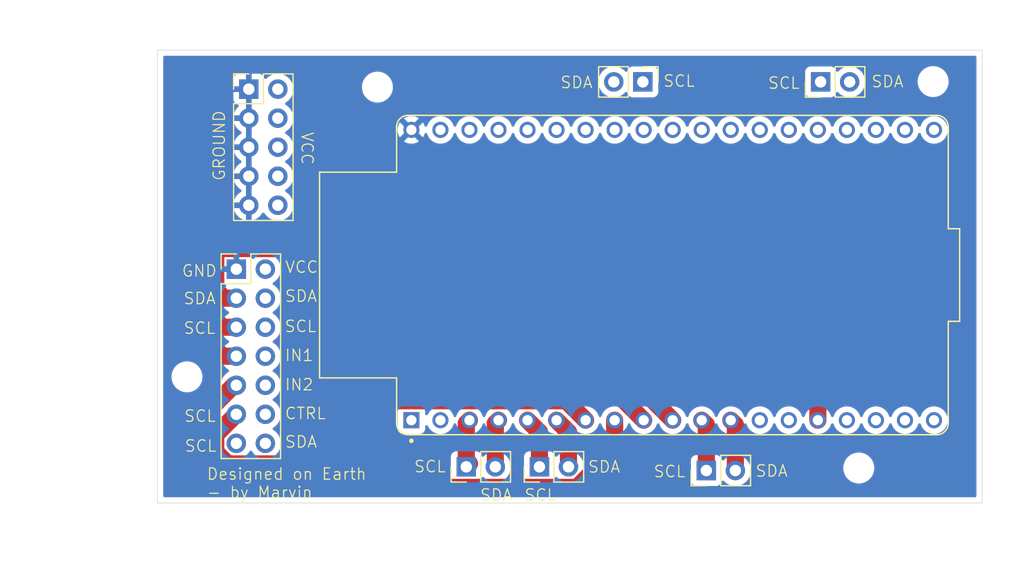
<source format=kicad_pcb>
(kicad_pcb (version 20241229) (generator "pcbnew") (generator_version "9.0")
  (layers (0 "F.Cu" signal) (4 "In1.Cu" signal) (6 "In2.Cu" signal) (2 "B.Cu" signal) (13 "F.Paste" user) (15 "B.Paste" user) (5 "F.SilkS" user "F.Silkscreen") (7 "B.SilkS" user "B.Silkscreen") (1 "F.Mask" user) (3 "B.Mask" user) (25 "Edge.Cuts" user))
  (net 0 "")
  (net 1 "Net-(J1-Pin_1)")
  (net 2 "Net-(J1-Pin_2)")
  (net 3 "Net-(J2-Pin_7)")
  (net 4 "Net-(J2-Pin_12)")
  (net 5 "Net-(J2-Pin_9)")
  (net 6 "Net-(J2-Pin_10)")
  (net 7 "Net-(J2-Pin_14)")
  (net 8 "Net-(J2-Pin_11)")
  (net 9 "Net-(J2-Pin_8)")
  (net 10 "Net-(J2-Pin_3)")
  (net 11 "Net-(J2-Pin_4)")
  (net 12 "Net-(J2-Pin_6)")
  (net 13 "Net-(J2-Pin_13)")
  (net 14 "Net-(J2-Pin_5)")
  (net 15 "Net-(J3-Pin_2)")
  (net 16 "Net-(J3-Pin_1)")
  (net 17 "Net-(J4-Pin_2)")
  (net 18 "Net-(J4-Pin_1)")
  (net 19 "Net-(J5-Pin_2)")
  (net 20 "Net-(J5-Pin_1)")
  (net 21 "Net-(J6-Pin_2)")
  (net 22 "Net-(J6-Pin_1)")
  (net 37 "+5V")
  (net 38 "GND")
  (footprint "Connector_PinHeader_2.54mm:PinHeader_2x07_P2.54mm_Vertical" (layer "F.Cu") (at 198.882 54.3814)
    (property "Reference" "J2" (hide yes))
    (property "Value" "Conn_02x07_Odd_Even" (hide yes))
    (fp_line (start -1.33 -1.33) (end 0 -1.33) (stroke (width 0.12)) (layer "F.SilkS"))
    (fp_line (start -1.33 0) (end -1.33 -1.33) (stroke (width 0.12)) (layer "F.SilkS"))
    (fp_line (start -1.33 1.27) (end -1.33 16.57) (stroke (width 0.12)) (layer "F.SilkS"))
    (fp_line (start -1.33 1.27) (end 1.27 1.27) (stroke (width 0.12)) (layer "F.SilkS"))
    (fp_line (start -1.33 16.57) (end 3.87 16.57) (stroke (width 0.12)) (layer "F.SilkS"))
    (fp_line (start 1.27 -1.33) (end 3.87 -1.33) (stroke (width 0.12)) (layer "F.SilkS"))
    (fp_line (start 1.27 1.27) (end 1.27 -1.33) (stroke (width 0.12)) (layer "F.SilkS"))
    (fp_line (start 3.87 -1.33) (end 3.87 16.57) (stroke (width 0.12)) (layer "F.SilkS"))
    (pad "1" thru_hole rect (at 0 0) (size 1.7 1.7) (drill 1) (layers "*.Cu" "*.Mask") (net 38 "GND"))
    (pad "2" thru_hole oval (at 2.54 0) (size 1.7 1.7) (drill 1) (layers "*.Cu" "*.Mask") (net 37 "+5V"))
    (pad "3" thru_hole oval (at 0 2.54) (size 1.7 1.7) (drill 1) (layers "*.Cu" "*.Mask") (net 10 "Net-(J2-Pin_3)"))
    (pad "4" thru_hole oval (at 2.54 2.54) (size 1.7 1.7) (drill 1) (layers "*.Cu" "*.Mask") (net 11 "Net-(J2-Pin_4)"))
    (pad "5" thru_hole oval (at 0 5.08) (size 1.7 1.7) (drill 1) (layers "*.Cu" "*.Mask") (net 14 "Net-(J2-Pin_5)"))
    (pad "6" thru_hole oval (at 2.54 5.08) (size 1.7 1.7) (drill 1) (layers "*.Cu" "*.Mask") (net 12 "Net-(J2-Pin_6)"))
    (pad "7" thru_hole oval (at 0 7.62) (size 1.7 1.7) (drill 1) (layers "*.Cu" "*.Mask") (net 3 "Net-(J2-Pin_7)"))
    (pad "8" thru_hole oval (at 2.54 7.62) (size 1.7 1.7) (drill 1) (layers "*.Cu" "*.Mask") (net 9 "Net-(J2-Pin_8)"))
    (pad "9" thru_hole oval (at 0 10.16) (size 1.7 1.7) (drill 1) (layers "*.Cu" "*.Mask") (net 5 "Net-(J2-Pin_9)"))
    (pad "10" thru_hole oval (at 2.54 10.16) (size 1.7 1.7) (drill 1) (layers "*.Cu" "*.Mask") (net 6 "Net-(J2-Pin_10)"))
    (pad "11" thru_hole oval (at 0 12.7) (size 1.7 1.7) (drill 1) (layers "*.Cu" "*.Mask") (net 8 "Net-(J2-Pin_11)"))
    (pad "12" thru_hole oval (at 2.54 12.7) (size 1.7 1.7) (drill 1) (layers "*.Cu" "*.Mask") (net 4 "Net-(J2-Pin_12)"))
    (pad "13" thru_hole oval (at 0 15.24) (size 1.7 1.7) (drill 1) (layers "*.Cu" "*.Mask") (net 13 "Net-(J2-Pin_13)"))
    (pad "14" thru_hole oval (at 2.54 15.24) (size 1.7 1.7) (drill 1) (layers "*.Cu" "*.Mask") (net 7 "Net-(J2-Pin_14)"))
  )
  (footprint "Connector_PinHeader_2.54mm:PinHeader_1x02_P2.54mm_Vertical" (layer "F.Cu") (at 219.0004 71.6772 90)
    (property "Reference" "J6" (hide yes))
    (property "Value" "Conn_01x02_Pin" (hide yes))
    (fp_line (start -1.33 -1.33) (end 0 -1.33) (stroke (width 0.12)) (layer "F.SilkS"))
    (fp_line (start -1.33 0) (end -1.33 -1.33) (stroke (width 0.12)) (layer "F.SilkS"))
    (fp_line (start 1.33 1.27) (end 1.33 3.87) (stroke (width 0.12)) (layer "F.SilkS"))
    (fp_line (start -1.33 1.27) (end 1.33 1.27) (stroke (width 0.12)) (layer "F.SilkS"))
    (fp_line (start -1.33 1.27) (end -1.33 3.87) (stroke (width 0.12)) (layer "F.SilkS"))
    (fp_line (start -1.33 3.87) (end 1.33 3.87) (stroke (width 0.12)) (layer "F.SilkS"))
    (pad "1" thru_hole rect (at 0 0 90) (size 1.7 1.7) (drill 1) (layers "*.Cu" "*.Mask") (net 22 "Net-(J6-Pin_1)"))
    (pad "2" thru_hole oval (at 0 2.54 90) (size 1.7 1.7) (drill 1) (layers "*.Cu" "*.Mask") (net 21 "Net-(J6-Pin_2)"))
  )
  (footprint "MountingHole:MountingHole_2.2mm_M2" (layer "F.Cu") (at 259.842 37.973)
    (property "Reference" "REF**" (hide yes))
    (property "Value" "MountingHole_2.2mm_M2" (hide yes))
    (pad "" np_thru_hole circle (at 0 0) (size 2.2 2.2) (drill 2.2) (layers "*.Cu" "*.Mask"))
  )
  (footprint "esp32:MODULE_ESP32-DEVKITC-32E" (layer "F.Cu") (at 237.0328 54.898 90)
    (property "Reference" "U1" (hide yes))
    (property "Value" "ESP32-DEVKITC-32E")
    (fp_line (start 9 -30.87) (end 9 -24.13) (stroke (width 0.127)) (layer "F.SilkS"))
    (fp_line (start -9 -30.87) (end 9 -30.87) (stroke (width 0.127)) (layer "F.SilkS"))
    (fp_line (start 9 -24.13) (end 12.97 -24.13) (stroke (width 0.127)) (layer "F.SilkS"))
    (fp_line (start -9 -24.13) (end -9 -30.87) (stroke (width 0.127)) (layer "F.SilkS"))
    (fp_line (start -12.97 -24.13) (end -9 -24.13) (stroke (width 0.127)) (layer "F.SilkS"))
    (fp_line (start 13.97 23.13) (end 13.97 -23.13) (stroke (width 0.127)) (layer "F.SilkS"))
    (fp_line (start -13.97 23.13) (end -13.97 -23.13) (stroke (width 0.127)) (layer "F.SilkS"))
    (fp_line (start 4.05 24.13) (end 12.97 24.13) (stroke (width 0.127)) (layer "F.SilkS"))
    (fp_line (start -4.05 24.13) (end -4.05 25.13) (stroke (width 0.127)) (layer "F.SilkS"))
    (fp_line (start -12.97 24.13) (end -4.05 24.13) (stroke (width 0.127)) (layer "F.SilkS"))
    (fp_line (start 4.05 25.13) (end 4.05 24.13) (stroke (width 0.127)) (layer "F.SilkS"))
    (fp_line (start -4.05 25.13) (end 4.05 25.13) (stroke (width 0.127)) (layer "F.SilkS"))
    (fp_arc (start 12.97 -24.13) (mid 13.677107 -23.837107) (end 13.97 -23.13) (stroke (width 0.127)) (layer "F.SilkS"))
    (fp_arc (start -13.97 -23.13) (mid -13.677107 -23.837107) (end -12.97 -24.13) (stroke (width 0.127)) (layer "F.SilkS"))
    (fp_arc (start 13.97 23.13) (mid 13.677107 23.837107) (end 12.97 24.13) (stroke (width 0.127)) (layer "F.SilkS"))
    (fp_arc (start -12.97 24.13) (mid -13.677107 23.837107) (end -13.97 23.13) (stroke (width 0.127)) (layer "F.SilkS"))
    (fp_circle (center -14.5 -22.835) (end -14.4 -22.835) (stroke (width 0.2)) (fill no) (layer "F.SilkS"))
    (pad "J2_1" thru_hole rect (at -12.7 -22.835 90) (size 1.408 1.408) (drill 0.9) (layers "*.Cu" "*.Mask"))
    (pad "J2_2" thru_hole circle (at -12.7 -20.295 90) (size 1.408 1.408) (drill 0.9) (layers "*.Cu" "*.Mask"))
    (pad "J2_3" thru_hole circle (at -12.7 -17.755 90) (size 1.408 1.408) (drill 0.9) (layers "*.Cu" "*.Mask") (net 22 "Net-(J6-Pin_1)"))
    (pad "J2_4" thru_hole circle (at -12.7 -15.215 90) (size 1.408 1.408) (drill 0.9) (layers "*.Cu" "*.Mask") (net 21 "Net-(J6-Pin_2)"))
    (pad "J2_5" thru_hole circle (at -12.7 -12.675 90) (size 1.408 1.408) (drill 0.9) (layers "*.Cu" "*.Mask") (net 16 "Net-(J3-Pin_1)"))
    (pad "J2_6" thru_hole circle (at -12.7 -10.135 90) (size 1.408 1.408) (drill 0.9) (layers "*.Cu" "*.Mask") (net 15 "Net-(J3-Pin_2)"))
    (pad "J2_7" thru_hole circle (at -12.7 -7.595 90) (size 1.408 1.408) (drill 0.9) (layers "*.Cu" "*.Mask") (net 8 "Net-(J2-Pin_11)"))
    (pad "J2_8" thru_hole circle (at -12.7 -5.055 90) (size 1.408 1.408) (drill 0.9) (layers "*.Cu" "*.Mask") (net 5 "Net-(J2-Pin_9)"))
    (pad "J2_9" thru_hole circle (at -12.7 -2.515 90) (size 1.408 1.408) (drill 0.9) (layers "*.Cu" "*.Mask") (net 10 "Net-(J2-Pin_3)"))
    (pad "J2_10" thru_hole circle (at -12.7 0.025 90) (size 1.408 1.408) (drill 0.9) (layers "*.Cu" "*.Mask") (net 14 "Net-(J2-Pin_5)"))
    (pad "J2_11" thru_hole circle (at -12.7 2.565 90) (size 1.408 1.408) (drill 0.9) (layers "*.Cu" "*.Mask") (net 1 "Net-(J1-Pin_1)"))
    (pad "J2_12" thru_hole circle (at -12.7 5.105 90) (size 1.408 1.408) (drill 0.9) (layers "*.Cu" "*.Mask") (net 2 "Net-(J1-Pin_2)"))
    (pad "J2_13" thru_hole circle (at -12.7 7.645 90) (size 1.408 1.408) (drill 0.9) (layers "*.Cu" "*.Mask"))
    (pad "J2_14" thru_hole circle (at -12.7 10.185 90) (size 1.408 1.408) (drill 0.9) (layers "*.Cu" "*.Mask"))
    (pad "J2_15" thru_hole circle (at -12.7 12.725 90) (size 1.408 1.408) (drill 0.9) (layers "*.Cu" "*.Mask") (net 3 "Net-(J2-Pin_7)"))
    (pad "J2_16" thru_hole circle (at -12.7 15.265 90) (size 1.408 1.408) (drill 0.9) (layers "*.Cu" "*.Mask"))
    (pad "J2_17" thru_hole circle (at -12.7 17.805 90) (size 1.408 1.408) (drill 0.9) (layers "*.Cu" "*.Mask"))
    (pad "J2_18" thru_hole circle (at -12.7 20.345 90) (size 1.408 1.408) (drill 0.9) (layers "*.Cu" "*.Mask"))
    (pad "J2_19" thru_hole circle (at -12.7 22.885 90) (size 1.408 1.408) (drill 0.9) (layers "*.Cu" "*.Mask") (net 37 "+5V"))
    (pad "J3_1" thru_hole circle (at 12.7 -22.835 90) (size 1.408 1.408) (drill 0.9) (layers "*.Cu" "*.Mask") (net 38 "GND"))
    (pad "J3_2" thru_hole circle (at 12.7 -20.295 90) (size 1.408 1.408) (drill 0.9) (layers "*.Cu" "*.Mask") (net 11 "Net-(J2-Pin_4)"))
    (pad "J3_3" thru_hole circle (at 12.7 -17.755 90) (size 1.408 1.408) (drill 0.9) (layers "*.Cu" "*.Mask") (net 12 "Net-(J2-Pin_6)"))
    (pad "J3_4" thru_hole circle (at 12.7 -15.215 90) (size 1.408 1.408) (drill 0.9) (layers "*.Cu" "*.Mask"))
    (pad "J3_5" thru_hole circle (at 12.7 -12.675 90) (size 1.408 1.408) (drill 0.9) (layers "*.Cu" "*.Mask"))
    (pad "J3_6" thru_hole circle (at 12.7 -10.135 90) (size 1.408 1.408) (drill 0.9) (layers "*.Cu" "*.Mask") (net 9 "Net-(J2-Pin_8)"))
    (pad "J3_7" thru_hole circle (at 12.7 -7.595 90) (size 1.408 1.408) (drill 0.9) (layers "*.Cu" "*.Mask"))
    (pad "J3_8" thru_hole circle (at 12.7 -5.055 90) (size 1.408 1.408) (drill 0.9) (layers "*.Cu" "*.Mask") (net 17 "Net-(J4-Pin_2)"))
    (pad "J3_9" thru_hole circle (at 12.7 -2.515 90) (size 1.408 1.408) (drill 0.9) (layers "*.Cu" "*.Mask") (net 18 "Net-(J4-Pin_1)"))
    (pad "J3_10" thru_hole circle (at 12.7 0.025 90) (size 1.408 1.408) (drill 0.9) (layers "*.Cu" "*.Mask") (net 6 "Net-(J2-Pin_10)"))
    (pad "J3_11" thru_hole circle (at 12.7 2.565 90) (size 1.408 1.408) (drill 0.9) (layers "*.Cu" "*.Mask") (net 4 "Net-(J2-Pin_12)"))
    (pad "J3_12" thru_hole circle (at 12.7 5.105 90) (size 1.408 1.408) (drill 0.9) (layers "*.Cu" "*.Mask") (net 7 "Net-(J2-Pin_14)"))
    (pad "J3_13" thru_hole circle (at 12.7 7.645 90) (size 1.408 1.408) (drill 0.9) (layers "*.Cu" "*.Mask") (net 13 "Net-(J2-Pin_13)"))
    (pad "J3_14" thru_hole circle (at 12.7 10.185 90) (size 1.408 1.408) (drill 0.9) (layers "*.Cu" "*.Mask"))
    (pad "J3_15" thru_hole circle (at 12.7 12.725 90) (size 1.408 1.408) (drill 0.9) (layers "*.Cu" "*.Mask") (net 20 "Net-(J5-Pin_1)"))
    (pad "J3_16" thru_hole circle (at 12.7 15.265 90) (size 1.408 1.408) (drill 0.9) (layers "*.Cu" "*.Mask") (net 19 "Net-(J5-Pin_2)"))
    (pad "J3_17" thru_hole circle (at 12.7 17.805 90) (size 1.408 1.408) (drill 0.9) (layers "*.Cu" "*.Mask"))
    (pad "J3_18" thru_hole circle (at 12.7 20.345 90) (size 1.408 1.408) (drill 0.9) (layers "*.Cu" "*.Mask"))
    (pad "J3_19" thru_hole circle (at 12.7 22.885 90) (size 1.408 1.408) (drill 0.9) (layers "*.Cu" "*.Mask"))
  )
  (footprint "Connector_PinHeader_2.54mm:PinHeader_1x02_P2.54mm_Vertical" (layer "F.Cu") (at 250 38 90)
    (property "Reference" "J5" (hide yes))
    (property "Value" "Conn_01x02_Pin" (hide yes))
    (fp_line (start -1.33 -1.33) (end 0 -1.33) (stroke (width 0.12)) (layer "F.SilkS"))
    (fp_line (start -1.33 0) (end -1.33 -1.33) (stroke (width 0.12)) (layer "F.SilkS"))
    (fp_line (start 1.33 1.27) (end 1.33 3.87) (stroke (width 0.12)) (layer "F.SilkS"))
    (fp_line (start -1.33 1.27) (end 1.33 1.27) (stroke (width 0.12)) (layer "F.SilkS"))
    (fp_line (start -1.33 1.27) (end -1.33 3.87) (stroke (width 0.12)) (layer "F.SilkS"))
    (fp_line (start -1.33 3.87) (end 1.33 3.87) (stroke (width 0.12)) (layer "F.SilkS"))
    (pad "1" thru_hole rect (at 0 0 90) (size 1.7 1.7) (drill 1) (layers "*.Cu" "*.Mask") (net 20 "Net-(J5-Pin_1)"))
    (pad "2" thru_hole oval (at 0 2.54 90) (size 1.7 1.7) (drill 1) (layers "*.Cu" "*.Mask") (net 19 "Net-(J5-Pin_2)"))
  )
  (footprint "Connector_PinHeader_2.54mm:PinHeader_1x02_P2.54mm_Vertical" (layer "F.Cu") (at 225.4 71.6772 90)
    (property "Reference" "J3" (hide yes))
    (property "Value" "Conn_01x02_Pin" (hide yes))
    (fp_line (start -1.33 -1.33) (end 0 -1.33) (stroke (width 0.12)) (layer "F.SilkS"))
    (fp_line (start -1.33 0) (end -1.33 -1.33) (stroke (width 0.12)) (layer "F.SilkS"))
    (fp_line (start 1.33 1.27) (end 1.33 3.87) (stroke (width 0.12)) (layer "F.SilkS"))
    (fp_line (start -1.33 1.27) (end 1.33 1.27) (stroke (width 0.12)) (layer "F.SilkS"))
    (fp_line (start -1.33 1.27) (end -1.33 3.87) (stroke (width 0.12)) (layer "F.SilkS"))
    (fp_line (start -1.33 3.87) (end 1.33 3.87) (stroke (width 0.12)) (layer "F.SilkS"))
    (pad "1" thru_hole rect (at 0 0 90) (size 1.7 1.7) (drill 1) (layers "*.Cu" "*.Mask") (net 16 "Net-(J3-Pin_1)"))
    (pad "2" thru_hole oval (at 0 2.54 90) (size 1.7 1.7) (drill 1) (layers "*.Cu" "*.Mask") (net 15 "Net-(J3-Pin_2)"))
  )
  (footprint "Connector_PinHeader_2.54mm:PinHeader_2x05_P2.54mm_Vertical" (layer "F.Cu") (at 199.9742 38.6334)
    (property "Reference" "J7" (hide yes))
    (property "Value" "Conn_02x05_Odd_Even" (hide yes))
    (fp_line (start -1.33 -1.33) (end 0 -1.33) (stroke (width 0.12)) (layer "F.SilkS"))
    (fp_line (start -1.33 0) (end -1.33 -1.33) (stroke (width 0.12)) (layer "F.SilkS"))
    (fp_line (start -1.33 1.27) (end -1.33 11.49) (stroke (width 0.12)) (layer "F.SilkS"))
    (fp_line (start -1.33 1.27) (end 1.27 1.27) (stroke (width 0.12)) (layer "F.SilkS"))
    (fp_line (start -1.33 11.49) (end 3.87 11.49) (stroke (width 0.12)) (layer "F.SilkS"))
    (fp_line (start 1.27 -1.33) (end 3.87 -1.33) (stroke (width 0.12)) (layer "F.SilkS"))
    (fp_line (start 1.27 1.27) (end 1.27 -1.33) (stroke (width 0.12)) (layer "F.SilkS"))
    (fp_line (start 3.87 -1.33) (end 3.87 11.49) (stroke (width 0.12)) (layer "F.SilkS"))
    (pad "1" thru_hole rect (at 0 0) (size 1.7 1.7) (drill 1) (layers "*.Cu" "*.Mask") (net 38 "GND"))
    (pad "2" thru_hole oval (at 2.54 0) (size 1.7 1.7) (drill 1) (layers "*.Cu" "*.Mask") (net 37 "+5V"))
    (pad "3" thru_hole oval (at 0 2.54) (size 1.7 1.7) (drill 1) (layers "*.Cu" "*.Mask") (net 38 "GND"))
    (pad "4" thru_hole oval (at 2.54 2.54) (size 1.7 1.7) (drill 1) (layers "*.Cu" "*.Mask") (net 37 "+5V"))
    (pad "5" thru_hole oval (at 0 5.08) (size 1.7 1.7) (drill 1) (layers "*.Cu" "*.Mask") (net 38 "GND"))
    (pad "6" thru_hole oval (at 2.54 5.08) (size 1.7 1.7) (drill 1) (layers "*.Cu" "*.Mask") (net 37 "+5V"))
    (pad "7" thru_hole oval (at 0 7.62) (size 1.7 1.7) (drill 1) (layers "*.Cu" "*.Mask") (net 38 "GND"))
    (pad "8" thru_hole oval (at 2.54 7.62) (size 1.7 1.7) (drill 1) (layers "*.Cu" "*.Mask") (net 37 "+5V"))
    (pad "9" thru_hole oval (at 0 10.16) (size 1.7 1.7) (drill 1) (layers "*.Cu" "*.Mask") (net 38 "GND"))
    (pad "10" thru_hole oval (at 2.54 10.16) (size 1.7 1.7) (drill 1) (layers "*.Cu" "*.Mask") (net 37 "+5V"))
  )
  (footprint "MountingHole:MountingHole_2.2mm_M2" (layer "F.Cu") (at 194.564 63.8048)
    (property "Reference" "REF**" (hide yes))
    (property "Value" "MountingHole_2.2mm_M2" (hide yes))
    (pad "" np_thru_hole circle (at 0 0) (size 2.2 2.2) (drill 2.2) (layers "*.Cu" "*.Mask"))
  )
  (footprint "Connector_PinHeader_2.54mm:PinHeader_1x02_P2.54mm_Vertical" (layer "F.Cu") (at 234.447 38 -90)
    (property "Reference" "J4" (hide yes))
    (property "Value" "Conn_01x02_Pin" (hide yes))
    (fp_line (start -1.33 3.87) (end 1.33 3.87) (stroke (width 0.12)) (layer "F.SilkS"))
    (fp_line (start -1.33 1.27) (end -1.33 3.87) (stroke (width 0.12)) (layer "F.SilkS"))
    (fp_line (start -1.33 1.27) (end 1.33 1.27) (stroke (width 0.12)) (layer "F.SilkS"))
    (fp_line (start 1.33 1.27) (end 1.33 3.87) (stroke (width 0.12)) (layer "F.SilkS"))
    (fp_line (start -1.33 0) (end -1.33 -1.33) (stroke (width 0.12)) (layer "F.SilkS"))
    (fp_line (start -1.33 -1.33) (end 0 -1.33) (stroke (width 0.12)) (layer "F.SilkS"))
    (pad "1" thru_hole rect (at 0 0 270) (size 1.7 1.7) (drill 1) (layers "*.Cu" "*.Mask") (net 18 "Net-(J4-Pin_1)"))
    (pad "2" thru_hole oval (at 0 2.54 270) (size 1.7 1.7) (drill 1) (layers "*.Cu" "*.Mask") (net 17 "Net-(J4-Pin_2)"))
  )
  (footprint "Connector_PinHeader_2.54mm:PinHeader_1x02_P2.54mm_Vertical" (layer "F.Cu") (at 240 72 90)
    (property "Reference" "J1" (hide yes))
    (property "Value" "Conn_01x02_Pin" (hide yes))
    (fp_line (start -1.33 -1.33) (end 0 -1.33) (stroke (width 0.12)) (layer "F.SilkS"))
    (fp_line (start -1.33 0) (end -1.33 -1.33) (stroke (width 0.12)) (layer "F.SilkS"))
    (fp_line (start 1.33 1.27) (end 1.33 3.87) (stroke (width 0.12)) (layer "F.SilkS"))
    (fp_line (start -1.33 1.27) (end 1.33 1.27) (stroke (width 0.12)) (layer "F.SilkS"))
    (fp_line (start -1.33 1.27) (end -1.33 3.87) (stroke (width 0.12)) (layer "F.SilkS"))
    (fp_line (start -1.33 3.87) (end 1.33 3.87) (stroke (width 0.12)) (layer "F.SilkS"))
    (pad "1" thru_hole rect (at 0 0 90) (size 1.7 1.7) (drill 1) (layers "*.Cu" "*.Mask") (net 1 "Net-(J1-Pin_1)"))
    (pad "2" thru_hole oval (at 0 2.54 90) (size 1.7 1.7) (drill 1) (layers "*.Cu" "*.Mask") (net 2 "Net-(J1-Pin_2)"))
  )
  (footprint "MountingHole:MountingHole_2.2mm_M2" (layer "F.Cu") (at 211.2264 38.4556)
    (property "Reference" "REF**" (hide yes))
    (property "Value" "MountingHole_2.2mm_M2" (hide yes))
    (pad "" np_thru_hole circle (at 0 0) (size 2.2 2.2) (drill 2.2) (layers "*.Cu" "*.Mask"))
  )
  (footprint "MountingHole:MountingHole_2.2mm_M2" (layer "F.Cu") (at 253.3396 71.7804)
    (property "Reference" "REF**" (hide yes))
    (property "Value" "MountingHole_2.2mm_M2" (hide yes))
    (pad "" np_thru_hole circle (at 0 0) (size 2.2 2.2) (drill 2.2) (layers "*.Cu" "*.Mask"))
  )
  (gr_rect (start 191.9826 35.2136) (end 264.1322 74.8382) (stroke (width 0.05)) (fill no) (layer "Edge.Cuts"))
  (gr_text "SCL" (at 235.331 72.6694 0) (layer "F.SilkS") (effects (font (size 1 1) (thickness 0.1)) (justify left bottom)))
  (gr_text "VCC" (at 203.0984 54.7878 0) (layer "F.SilkS") (effects (font (size 1 1) (thickness 0.1)) (justify left bottom)))
  (gr_text "SCL" (at 214.376 72.2376 0) (layer "F.SilkS") (effects (font (size 1 1) (thickness 0.1)) (justify left bottom)))
  (gr_text "SCL" (at 194.2592 67.818 0) (layer "F.SilkS") (effects (font (size 1 1) (thickness 0.1)) (justify left bottom)))
  (gr_text "SDA" (at 203.073 70.0786 0) (layer "F.SilkS") (effects (font (size 1 1) (thickness 0.1)) (justify left bottom)))
  (gr_text "GROUND" (at 197.9676 46.7106 90) (layer "F.SilkS") (effects (font (size 1 1) (thickness 0.1)) (justify left bottom)))
  (gr_text "SCL" (at 236.1692 38.5064 0) (layer "F.SilkS") (effects (font (size 1 1) (thickness 0.1)) (justify left bottom)))
  (gr_text "SCL" (at 194.31 70.4342 0) (layer "F.SilkS") (effects (font (size 1 1) (thickness 0.1)) (justify left bottom)))
  (gr_text "IN1" (at 203.073 62.5094 0) (layer "F.SilkS") (effects (font (size 1 1) (thickness 0.1)) (justify left bottom)))
  (gr_text "GND" (at 194.056 55.118 0) (layer "F.SilkS") (effects (font (size 1 1) (thickness 0.1)) (justify left bottom)))
  (gr_text "SDA" (at 194.2084 57.531 0) (layer "F.SilkS") (effects (font (size 1 1) (thickness 0.1)) (justify left bottom)))
  (gr_text "IN2" (at 203.073 65.0748 0) (layer "F.SilkS") (effects (font (size 1 1) (thickness 0.1)) (justify left bottom)))
  (gr_text "SDA" (at 203.073 57.3278 0) (layer "F.SilkS") (effects (font (size 1 1) (thickness 0.1)) (justify left bottom)))
  (gr_text "SDA" (at 220.1418 74.7268 0) (layer "F.SilkS") (effects (font (size 1 1) (thickness 0.1)) (justify left bottom)))
  (gr_text "SDA" (at 254.381 38.5572 0) (layer "F.SilkS") (effects (font (size 1 1) (thickness 0.1)) (justify left bottom)))
  (gr_text "SCL" (at 194.2084 60.1218 0) (layer "F.SilkS") (effects (font (size 1 1) (thickness 0.1)) (justify left bottom)))
  (gr_text "SCL" (at 224.028 74.7268 0) (layer "F.SilkS") (effects (font (size 1 1) (thickness 0.1)) (justify left bottom)))
  (gr_text "Designed on Earth \n- by Marvin" (at 196.2404 74.4982 0) (layer "F.SilkS") (effects (font (size 1 1) (thickness 0.1)) (justify left bottom)))
  (gr_text "SCL" (at 203.0476 59.9694 0) (layer "F.SilkS") (effects (font (size 1 1) (thickness 0.1)) (justify left bottom)))
  (gr_text "CTRL" (at 203.073 67.5894 0) (layer "F.SilkS") (effects (font (size 1 1) (thickness 0.1)) (justify left bottom)))
  (gr_text "VCC" (at 204.4954 42.3164 270) (layer "F.SilkS") (effects (font (size 1 1) (thickness 0.1)) (justify left bottom)))
  (gr_text "SDA" (at 244.2464 72.6186 0) (layer "F.SilkS") (effects (font (size 1 1) (thickness 0.1)) (justify left bottom)))
  (gr_text "SCL" (at 245.3386 38.6842 0) (layer "F.SilkS") (effects (font (size 1 1) (thickness 0.1)) (justify left bottom)))
  (gr_text "SDA" (at 227.1776 38.6334 0) (layer "F.SilkS") (effects (font (size 1 1) (thickness 0.1)) (justify left bottom)))
  (gr_text "SDA" (at 229.5906 72.263 0) (layer "F.SilkS") (effects (font (size 1 1) (thickness 0.1)) (justify left bottom)))
  (segment (start 240 72) (end 240 68.0002) (width 1.5) (layer "F.Cu") (net 1))
  (segment (start 240 68.0002) (end 239.5978 67.598) (width 1.5) (layer "F.Cu") (net 1))
  (segment (start 242.54 72) (end 242.54 68.0002) (width 1.5) (layer "F.Cu") (net 2))
  (segment (start 242.54 68.0002) (end 242.1378 67.598) (width 1.5) (layer "F.Cu") (net 2))
  (segment (start 198.235801 36.5022) (end 204.377799 36.5022) (width 1.5) (layer "F.Cu") (net 3))
  (segment (start 229.3874 51.8414) (end 235.6612 51.8414) (width 1.5) (layer "F.Cu") (net 3))
  (segment (start 249.7578 65.938) (end 249.7578 67.598) (width 1.5) (layer "F.Cu") (net 3))
  (segment (start 197.679919 62.0014) (end 193.679 58.000481) (width 1.5) (layer "F.Cu") (net 3))
  (segment (start 217.053999 49.1784) (end 226.7244 49.1784) (width 1.5) (layer "F.Cu") (net 3))
  (segment (start 226.7244 49.1784) (end 229.3874 51.8414) (width 1.5) (layer "F.Cu") (net 3))
  (segment (start 204.377799 36.5022) (end 217.053999 49.1784) (width 1.5) (layer "F.Cu") (net 3))
  (segment (start 193.679 58.000481) (end 193.679 41.059001) (width 1.5) (layer "F.Cu") (net 3))
  (segment (start 198.882 62.0014) (end 197.679919 62.0014) (width 1.5) (layer "F.Cu") (net 3))
  (segment (start 235.6612 51.8414) (end 249.7578 65.938) (width 1.5) (layer "F.Cu") (net 3))
  (segment (start 193.679 41.059001) (end 198.235801 36.5022) (width 1.5) (layer "F.Cu") (net 3))
  (segment (start 196.6428 73.4782) (end 228.685999 73.4782) (width 1.5) (layer "F.Cu") (net 5))
  (segment (start 198.882 64.5414) (end 198.6692 64.5414) (width 1.5) (layer "F.Cu") (net 5))
  (segment (start 195.38 67.8306) (end 195.38 72.2154) (width 1.5) (layer "F.Cu") (net 5))
  (segment (start 198.6692 64.5414) (end 195.38 67.8306) (width 1.5) (layer "F.Cu") (net 5))
  (segment (start 228.685999 73.4782) (end 231.9778 70.186399) (width 1.5) (layer "F.Cu") (net 5))
  (segment (start 231.9778 70.186399) (end 231.9778 67.598) (width 1.5) (layer "F.Cu") (net 5))
  (segment (start 195.38 72.2154) (end 196.6428 73.4782) (width 1.5) (layer "F.Cu") (net 5))
  (segment (start 212.5888 65.897) (end 227.7368 65.897) (width 1.5) (layer "F.Cu") (net 8))
  (segment (start 197.081 70.367399) (end 198.136001 71.4224) (width 1.5) (layer "F.Cu") (net 8))
  (segment (start 198.875001 67.0814) (end 197.081 68.875401) (width 1.5) (layer "F.Cu") (net 8))
  (segment (start 197.081 68.875401) (end 197.081 70.367399) (width 1.5) (layer "F.Cu") (net 8))
  (segment (start 198.882 67.0814) (end 198.875001 67.0814) (width 1.5) (layer "F.Cu") (net 8))
  (segment (start 207.0634 71.4224) (end 212.5888 65.897) (width 1.5) (layer "F.Cu") (net 8))
  (segment (start 227.7368 65.897) (end 229.4378 67.598) (width 1.5) (layer "F.Cu") (net 8))
  (segment (start 198.136001 71.4224) (end 207.0634 71.4224) (width 1.5) (layer "F.Cu") (net 8))
  (segment (start 197.081 56.1824) (end 197.081 52.5804) (width 1.5) (layer "F.Cu") (net 10))
  (segment (start 197.081 52.5804) (end 219.5002 52.5804) (width 1.5) (layer "F.Cu") (net 10))
  (segment (start 197.82 56.9214) (end 197.081 56.1824) (width 1.5) (layer "F.Cu") (net 10))
  (segment (start 198.882 56.9214) (end 197.82 56.9214) (width 1.5) (layer "F.Cu") (net 10))
  (segment (start 219.5002 52.5804) (end 234.5178 67.598) (width 1.5) (layer "F.Cu") (net 10))
  (segment (start 195.38 51.875823) (end 196.376423 50.8794) (width 1.5) (layer "F.Cu") (net 14))
  (segment (start 197.679919 59.4614) (end 195.38 57.161481) (width 1.5) (layer "F.Cu") (net 14))
  (segment (start 196.376423 50.8794) (end 220.3392 50.8794) (width 1.5) (layer "F.Cu") (net 14))
  (segment (start 220.3392 50.8794) (end 237.0578 67.598) (width 1.5) (layer "F.Cu") (net 14))
  (segment (start 198.882 59.4614) (end 197.679919 59.4614) (width 1.5) (layer "F.Cu") (net 14))
  (segment (start 195.38 57.161481) (end 195.38 51.875823) (width 1.5) (layer "F.Cu") (net 14))
  (segment (start 227.94 68.6402) (end 227.94 71.6772) (width 1.5) (layer "F.Cu") (net 15))
  (segment (start 226.8978 67.598) (end 227.94 68.6402) (width 1.5) (layer "F.Cu") (net 15))
  (segment (start 225.4 71.6772) (end 225.4 68.6402) (width 1.5) (layer "F.Cu") (net 16))
  (segment (start 225.4 68.6402) (end 224.3578 67.598) (width 1.5) (layer "F.Cu") (net 16))
  (segment (start 221.5404 67.8754) (end 221.8178 67.598) (width 1.5) (layer "F.Cu") (net 21))
  (segment (start 221.5404 71.6772) (end 221.5404 67.8754) (width 1.5) (layer "F.Cu") (net 21))
  (segment (start 219.0004 71.6772) (end 219.0004 67.8754) (width 1.5) (layer "F.Cu") (net 22))
  (segment (start 219.2782 71.3994) (end 219.0004 71.6772) (width 1.5) (layer "F.Cu") (net 22))
  (segment (start 219.0004 67.8754) (end 219.2778 67.598) (width 1.5) (layer "F.Cu") (net 22))
  (zone (net 38) (net_name "GND") (layer "B.Cu") (connect_pads (clearance 0.5)) (min_thickness 0.25) (fill yes (thermal_gap 0.5) (thermal_bridge_width 0.5))
    (polygon (pts (xy 267.7922 81.3816) (xy 267.5382 31.3436) (xy 178.5366 30.8356) (xy 178.2064 81.28)))
  )
)
</source>
